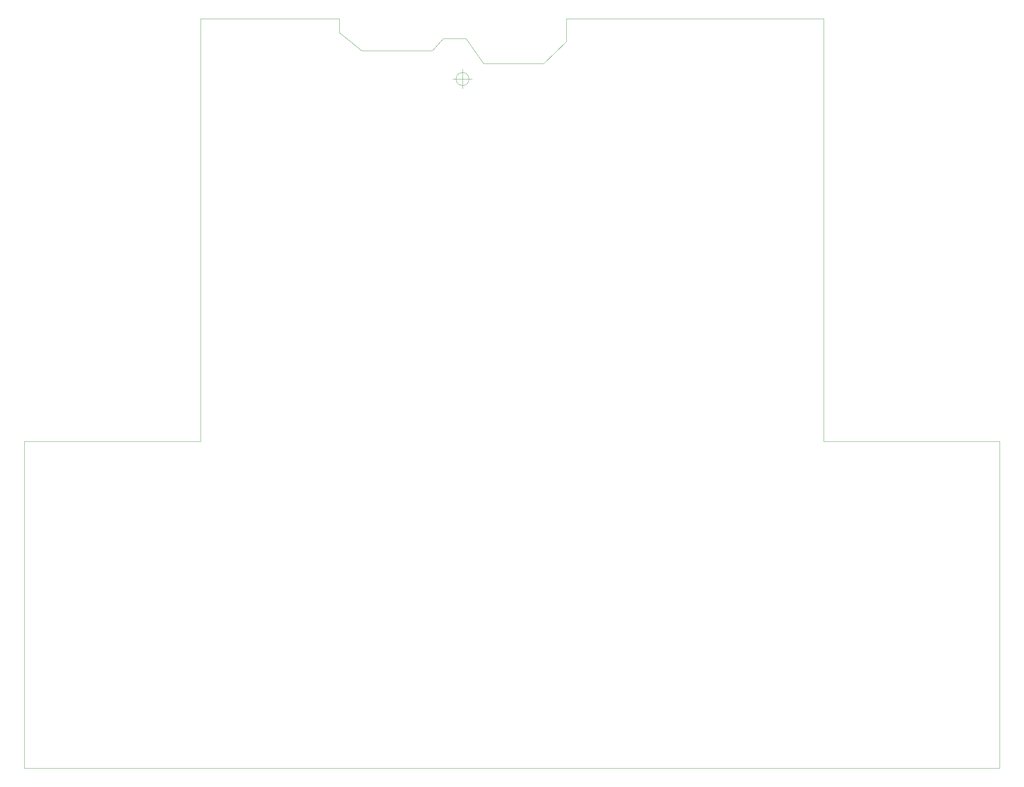
<source format=gbr>
%TF.GenerationSoftware,KiCad,Pcbnew,5.1.10-88a1d61d58~90~ubuntu20.04.1*%
%TF.CreationDate,2022-04-26T09:50:21-05:00*%
%TF.ProjectId,Autoclave_2.0,4175746f-636c-4617-9665-5f322e302e6b,rev?*%
%TF.SameCoordinates,Original*%
%TF.FileFunction,Profile,NP*%
%FSLAX46Y46*%
G04 Gerber Fmt 4.6, Leading zero omitted, Abs format (unit mm)*
G04 Created by KiCad (PCBNEW 5.1.10-88a1d61d58~90~ubuntu20.04.1) date 2022-04-26 09:50:21*
%MOMM*%
%LPD*%
G01*
G04 APERTURE LIST*
%TA.AperFunction,Profile*%
%ADD10C,0.050000*%
%TD*%
G04 APERTURE END LIST*
D10*
X106261780Y23291800D02*
X70586600Y23291800D01*
X139563266Y7797800D02*
G75*
G03*
X139563266Y7797800I-1666666J0D01*
G01*
X135396600Y7797800D02*
X140396600Y7797800D01*
X137896600Y10297800D02*
X137896600Y5297800D01*
X130098800Y15062200D02*
X132918200Y18186400D01*
X132918200Y18186400D02*
X138760200Y18186400D01*
X106261780Y23291800D02*
X106261780Y19726999D01*
X106261780Y19726999D02*
X111963200Y15062200D01*
X25323800Y-169321800D02*
X275920400Y-169321800D01*
X25323800Y-85321800D02*
X25323800Y-169321800D01*
X275920400Y-85321800D02*
X275920400Y-169321800D01*
X70586600Y-85321800D02*
X25323800Y-85321800D01*
X230657400Y-85321800D02*
X275920400Y-85321800D01*
X230657400Y23291800D02*
X230657400Y11760200D01*
X143332200Y11760200D02*
X158699200Y11760200D01*
X138760200Y18186400D02*
X143332200Y11760200D01*
X111963200Y15062200D02*
X130098800Y15062200D01*
X164541200Y23291800D02*
X230657400Y23291800D01*
X164541200Y17449800D02*
X164541200Y23291800D01*
X158699200Y11760200D02*
X164541200Y17449800D01*
X230657400Y11760200D02*
X230657400Y-85321800D01*
X70586600Y23291800D02*
X70586600Y-85321800D01*
M02*

</source>
